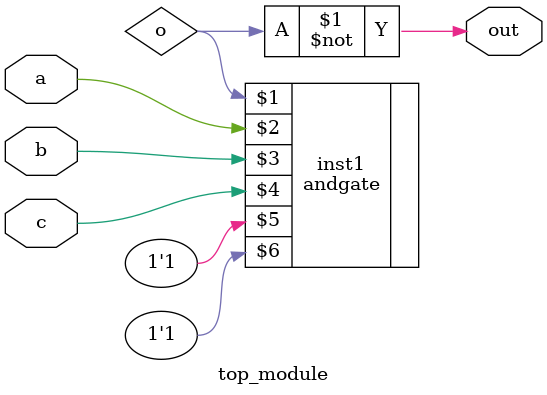
<source format=v>
module top_module (input a, input b, input c, output out);//

    wire o;
    
    assign out = ~o;
    andgate inst1 (o, a, b, c, 1'b1, 1'b1);

endmodule


</source>
